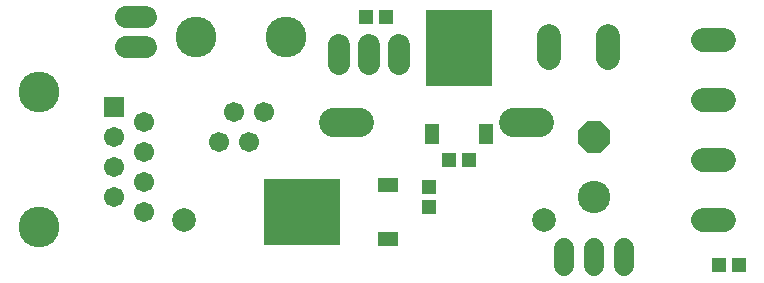
<source format=gbs>
G75*
%MOIN*%
%OFA0B0*%
%FSLAX24Y24*%
%IPPOS*%
%LPD*%
%AMOC8*
5,1,8,0,0,1.08239X$1,22.5*
%
%ADD10C,0.1080*%
%ADD11OC8,0.1080*%
%ADD12R,0.0513X0.0474*%
%ADD13C,0.0670*%
%ADD14C,0.1360*%
%ADD15C,0.0674*%
%ADD16R,0.0674X0.0674*%
%ADD17R,0.2521X0.2206*%
%ADD18R,0.0710X0.0474*%
%ADD19C,0.0790*%
%ADD20R,0.2206X0.2521*%
%ADD21R,0.0474X0.0710*%
%ADD22C,0.0792*%
%ADD23C,0.0720*%
%ADD24C,0.0965*%
%ADD25R,0.0474X0.0513*%
%ADD26C,0.0680*%
D10*
X021704Y003350D03*
D11*
X021704Y005350D03*
D12*
X017538Y004600D03*
X016869Y004600D03*
X016204Y003685D03*
X016204Y003015D03*
X014788Y009350D03*
X014119Y009350D03*
D13*
X010704Y006200D03*
X009704Y006200D03*
X010204Y005200D03*
X009204Y005200D03*
D14*
X003204Y002350D03*
X003204Y006850D03*
X008454Y008700D03*
X011454Y008700D03*
D15*
X006704Y005850D03*
X005704Y005350D03*
X006704Y004850D03*
X005704Y004350D03*
X006704Y003850D03*
X005704Y003350D03*
X006704Y002850D03*
D16*
X005704Y006350D03*
D17*
X011970Y002850D03*
D18*
X014844Y001952D03*
X014844Y003748D03*
D19*
X020220Y007995D02*
X020220Y008705D01*
X022188Y008705D02*
X022188Y007995D01*
X025349Y008600D02*
X026059Y008600D01*
X026059Y006600D02*
X025349Y006600D01*
X025349Y004600D02*
X026059Y004600D01*
X026059Y002600D02*
X025349Y002600D01*
D20*
X017204Y008334D03*
D21*
X018101Y005460D03*
X016306Y005460D03*
D22*
X020056Y002600D03*
X008048Y002600D03*
D23*
X013204Y007780D02*
X013204Y008420D01*
X014204Y008420D02*
X014204Y007780D01*
X015204Y007780D02*
X015204Y008420D01*
X006774Y008350D02*
X006134Y008350D01*
X006134Y009350D02*
X006774Y009350D01*
D24*
X013011Y005850D02*
X013896Y005850D01*
X019011Y005850D02*
X019896Y005850D01*
D25*
X025869Y001100D03*
X026538Y001100D03*
D26*
X022704Y001050D02*
X022704Y001650D01*
X021704Y001650D02*
X021704Y001050D01*
X020704Y001050D02*
X020704Y001650D01*
M02*

</source>
